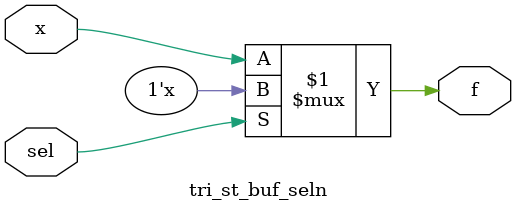
<source format=v>
`timescale 1ns / 1ps

module tri_st_buf_sel(output f,input y,input sel);
  assign f=sel ? y : 1'bz; 
endmodule

module tri_st_buf_seln(output f,input x,input sel);
  assign f=sel?1'bz:x;
endmodule
</source>
